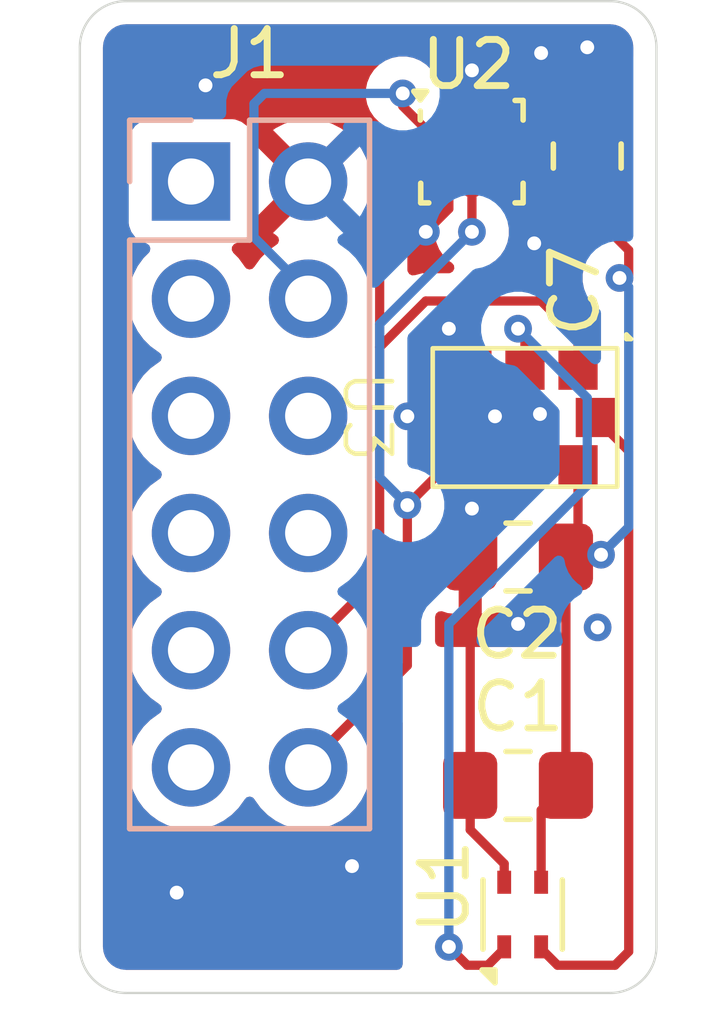
<source format=kicad_pcb>
(kicad_pcb (version 20241229) (generator "pcbnew") (generator_version "9.0")
  (layers (0 "F.Cu" signal) (2 "B.Cu" signal) (13 "F.Paste" user) (15 "B.Paste" user) (5 "F.SilkS" user "F.Silkscreen") (7 "B.SilkS" user "B.Silkscreen") (1 "F.Mask" user) (3 "B.Mask" user) (25 "Edge.Cuts" user))
  (net 0 "")
  (net 1 "GND")
  (net 2 "+3V3")
  (net 3 "Net-(U1-SDA)")
  (net 4 "Net-(U1-SCL)")
  (net 6 "/SDA")
  (net 7 "/SCL")
  (footprint "Capacitor_SMD:C_0805_2012Metric_Pad1.18x1.45mm_HandSolder" (layer "F.Cu") (at 125.5 85.05 180)
    (property "Reference" "C2" (at 0.025 -1.675 0) (layer "F.SilkS"))
    (property "Value" "0.1uF")
    (fp_line (start -0.261252 0.735) (end 0.261252 0.735) (stroke (width 0.12)) (layer "F.SilkS"))
    (fp_line (start -0.261252 -0.735) (end 0.261252 -0.735) (stroke (width 0.12)) (layer "F.SilkS"))
    (pad "1" smd roundrect (at -1.0375 0 180) (size 1.175 1.45) (layers "F.Cu" "F.Mask" "F.Paste") (roundrect_rratio 0.212766) (net 2 "+3V3"))
    (pad "2" smd roundrect (at 1.0375 0 180) (size 1.175 1.45) (layers "F.Cu" "F.Mask" "F.Paste") (roundrect_rratio 0.212766) (net 1 "GND"))
  )
  (footprint "Capacitor_SMD:C_0805_2012Metric_Pad1.18x1.45mm_HandSolder" (layer "F.Cu") (at 125.5 90 180)
    (property "Reference" "C1" (at 0 1.7 0) (layer "F.SilkS"))
    (property "Value" "0.1uF")
    (fp_line (start -0.261252 0.735) (end 0.261252 0.735) (stroke (width 0.12)) (layer "F.SilkS"))
    (fp_line (start -0.261252 -0.735) (end 0.261252 -0.735) (stroke (width 0.12)) (layer "F.SilkS"))
    (pad "1" smd roundrect (at -1.0375 0 180) (size 1.175 1.45) (layers "F.Cu" "F.Mask" "F.Paste") (roundrect_rratio 0.212766) (net 2 "+3V3"))
    (pad "2" smd roundrect (at 1.0375 0 180) (size 1.175 1.45) (layers "F.Cu" "F.Mask" "F.Paste") (roundrect_rratio 0.212766) (net 1 "GND"))
  )
  (footprint "Package_LGA:ST_HLGA-10_2x2mm_P0.5mm_LayoutBorder3x2y" (layer "F.Cu") (at 124.5 76.2625)
    (property "Reference" "U2" (at -0.075 -1.8875 0) (layer "F.SilkS"))
    (property "Value" "LPS22HB")
    (fp_line (start -1.12 -0.685) (end -1.12 -0.88) (stroke (width 0.12)) (layer "F.SilkS"))
    (fp_line (start -1.11 1.11) (end -1.11 0.685) (stroke (width 0.12)) (layer "F.SilkS"))
    (fp_line (start -0.935 1.11) (end -1.11 1.11) (stroke (width 0.12)) (layer "F.SilkS"))
    (fp_line (start 0.935 -1.11) (end 1.11 -1.11) (stroke (width 0.12)) (layer "F.SilkS"))
    (fp_line (start 0.935 1.11) (end 1.11 1.11) (stroke (width 0.12)) (layer "F.SilkS"))
    (fp_line (start 1.11 -1.11) (end 1.11 -0.685) (stroke (width 0.12)) (layer "F.SilkS"))
    (fp_line (start 1.11 1.11) (end 1.11 0.685) (stroke (width 0.12)) (layer "F.SilkS"))
    (fp_poly (pts (xy -1.12 -1.12) (xy -1.26 -1.31) (xy -0.98 -1.31)) (stroke (width 0.12)) (fill yes) (layer "F.SilkS"))
    (pad "1" smd roundrect (at -0.7625 -0.25) (size 0.425 0.35) (layers "F.Cu" "F.Mask" "F.Paste") (net 2 "+3V3"))
    (pad "2" smd roundrect (at -0.7625 0.25) (size 0.425 0.35) (layers "F.Cu" "F.Mask" "F.Paste") (net 7 "/SCL"))
    (pad "3" smd roundrect (at -0.5 0.7625) (size 0.35 0.425) (layers "F.Cu" "F.Mask" "F.Paste") (net 1 "GND"))
    (pad "4" smd roundrect (at 0 0.7625) (size 0.35 0.425) (layers "F.Cu" "F.Mask" "F.Paste") (net 6 "/SDA"))
    (pad "5" smd roundrect (at 0.5 0.7625) (size 0.35 0.425) (layers "F.Cu" "F.Mask" "F.Paste") (net 2 "+3V3"))
    (pad "6" smd roundrect (at 0.7625 0.25) (size 0.425 0.35) (layers "F.Cu" "F.Mask" "F.Paste") (net 2 "+3V3"))
    (pad "7" smd roundrect (at 0.7625 -0.25) (size 0.425 0.35) (layers "F.Cu" "F.Mask" "F.Paste"))
    (pad "8" smd roundrect (at 0.5 -0.7625) (size 0.35 0.425) (layers "F.Cu" "F.Mask" "F.Paste") (net 1 "GND"))
    (pad "9" smd roundrect (at 0 -0.7625) (size 0.35 0.425) (layers "F.Cu" "F.Mask" "F.Paste") (net 1 "GND"))
    (pad "10" smd roundrect (at -0.5 -0.7625) (size 0.35 0.425) (layers "F.Cu" "F.Mask" "F.Paste") (net 2 "+3V3"))
  )
  (footprint "Library:STCC4" (layer "F.Cu") (at 125.65 82.025 -90)
    (property "Reference" "U3" (at -0.025 3.425 270) (layer "F.SilkS") (effects (font (thickness 0.1))))
    (property "Value" "STCC4")
    (fp_line (start -1.8 -2.2) (end -1.7 -2.3) (stroke (width 0.1)) (layer "F.SilkS"))
    (fp_line (start -1.7 -2.2) (end -1.8 -2.2) (stroke (width 0.1)) (layer "F.SilkS"))
    (fp_line (start -1.7 -2.3) (end -1.7 -2.2) (stroke (width 0.1)) (layer "F.SilkS"))
    (fp_rect (start -1.5 -2) (end 1.5 2) (stroke (width 0.1)) (fill no) (layer "F.SilkS"))
    (pad "1" smd roundrect (at -1.025 -1.15 270) (size 0.85 0.85) (layers "F.Cu" "F.Mask" "F.Paste") (roundrect_rratio 0) (chamfer_ratio 0.2) (chamfer top_left) (net 7 "/SCL"))
    (pad "2" smd rect (at -1.025 0 270) (size 0.85 0.85) (layers "F.Cu" "F.Mask" "F.Paste") (net 3 "Net-(U1-SDA)"))
    (pad "3" smd rect (at -1.025 1.15 270) (size 0.85 0.85) (layers "F.Cu" "F.Mask" "F.Paste") (net 1 "GND"))
    (pad "4" smd rect (at 0 1.525 270) (size 0.85 0.85) (layers "F.Cu" "F.Mask" "F.Paste") (net 1 "GND"))
    (pad "5" smd rect (at 1.025 1.15 270) (size 0.85 0.85) (layers "F.Cu" "F.Mask" "F.Paste") (net 6 "/SDA"))
    (pad "6" smd rect (at 1.025 0 270) (size 0.85 0.85) (layers "F.Cu" "F.Mask" "F.Paste") (net 2 "+3V3"))
    (pad "7" smd rect (at 1.025 -1.15 270) (size 0.85 0.85) (layers "F.Cu" "F.Mask" "F.Paste") (net 2 "+3V3"))
    (pad "8" smd rect (at 0 -1.525 270) (size 0.85 0.85) (layers "F.Cu" "F.Mask" "F.Paste") (net 4 "Net-(U1-SCL)"))
  )
  (footprint "Sensor_Humidity:Sensirion_DFN-4_1.5x1.5mm_P0.8mm_SHT4x_NoCentralPad" (layer "F.Cu") (at 125.6 92.8 90)
    (property "Reference" "U1" (at 0.6 -1.7 90) (layer "F.SilkS"))
    (property "Value" "SHT4x")
    (fp_line (start -0.75 -0.86) (end 0.75 -0.86) (stroke (width 0.12)) (layer "F.SilkS"))
    (fp_line (start -0.75 0.86) (end 0.75 0.86) (stroke (width 0.12)) (layer "F.SilkS"))
    (fp_poly (pts (xy -1.2 -0.6) (xy -1.48 -0.6) (xy -1.2 -0.88) (xy -1.2 -0.6)) (stroke (width 0.12)) (fill yes) (layer "F.SilkS"))
    (pad "1" smd rect (at -0.7 -0.4 90) (size 0.5 0.3) (layers "F.Cu" "F.Mask" "F.Paste") (net 3 "Net-(U1-SDA)"))
    (pad "2" smd rect (at -0.7 0.4 90) (size 0.5 0.3) (layers "F.Cu" "F.Mask" "F.Paste") (net 4 "Net-(U1-SCL)"))
    (pad "3" smd rect (at 0.7 0.4 90) (size 0.5 0.3) (layers "F.Cu" "F.Mask" "F.Paste") (net 2 "+3V3"))
    (pad "4" smd rect (at 0.7 -0.4 90) (size 0.5 0.3) (layers "F.Cu" "F.Mask" "F.Paste") (net 1 "GND"))
    (zone (net 0) (net_name "") (layer "F.Cu") (connect_pads (clearance 0)) (min_thickness 0.254)
      (keepout (tracks not_allowed) (vias not_allowed) (pads allowed) (copperpour not_allowed) (footprints allowed))
      (fill (thermal_gap 0.508) (thermal_bridge_width 0.508))
      (polygon (pts (xy 125.05 92.05) (xy 125.05 92.35) (xy 125.35 92.35) (xy 125.35 92.05) (xy 125.85 92.05) (xy 125.85 92.35) (xy 126.15 92.35) (xy 126.15 92.05) (xy 126.35 92.05) (xy 126.35 93.55) (xy 126.15 93.55) (xy 126.15 93.25) (xy 125.85 93.25) (xy 125.85 93.55) (xy 125.35 93.55) (xy 125.35 93.25) (xy 125.05 93.25) (xy 125.05 93.55) (xy 124.85 93.55) (xy 124.85 92.05)))
    )
  )
  (footprint "Capacitor_SMD:C_0805_2012Metric_Pad1.18x1.45mm_HandSolder" (layer "F.Cu") (at 127 76.3575 90)
    (property "Reference" "C7" (at -2.9175 -0.275 90) (layer "F.SilkS"))
    (property "Value" "0.1uF")
    (fp_line (start -0.261252 -0.735) (end 0.261252 -0.735) (stroke (width 0.12)) (layer "F.SilkS"))
    (fp_line (start -0.261252 0.735) (end 0.261252 0.735) (stroke (width 0.12)) (layer "F.SilkS"))
    (pad "1" smd roundrect (at -1.0375 0 90) (size 1.175 1.45) (layers "F.Cu" "F.Mask" "F.Paste") (roundrect_rratio 0.212766) (net 2 "+3V3"))
    (pad "2" smd roundrect (at 1.0375 0 90) (size 1.175 1.45) (layers "F.Cu" "F.Mask" "F.Paste") (roundrect_rratio 0.212766) (net 1 "GND"))
  )
  (footprint "Connector_PinSocket_2.54mm:PinSocket_2x06_P2.54mm_Vertical" (layer "B.Cu") (at 118.41 76.91 180)
    (property "Reference" "J1" (at -1.27 2.77 -0) (layer "F.SilkS"))
    (property "Value" "Header_02x06")
    (fp_line (start 1.33 1.33) (end 1.33 0) (stroke (width 0.12)) (layer "B.SilkS"))
    (fp_line (start 1.33 -1.27) (end 1.33 -14.03) (stroke (width 0.12)) (layer "B.SilkS"))
    (fp_line (start 0 1.33) (end 1.33 1.33) (stroke (width 0.12)) (layer "B.SilkS"))
    (fp_line (start -1.27 1.33) (end -1.27 -1.27) (stroke (width 0.12)) (layer "B.SilkS"))
    (fp_line (start -1.27 -1.27) (end 1.33 -1.27) (stroke (width 0.12)) (layer "B.SilkS"))
    (fp_line (start -3.87 1.33) (end -1.27 1.33) (stroke (width 0.12)) (layer "B.SilkS"))
    (fp_line (start -3.87 1.33) (end -3.87 -14.03) (stroke (width 0.12)) (layer "B.SilkS"))
    (fp_line (start -3.87 -14.03) (end 1.33 -14.03) (stroke (width 0.12)) (layer "B.SilkS"))
    (pad "1" thru_hole rect (at 0 0 180) (size 1.7 1.7) (drill 1) (layers "*.Cu" "*.Mask"))
    (pad "2" thru_hole circle (at -2.54 0 180) (size 1.7 1.7) (drill 1) (layers "*.Cu" "*.Mask") (net 1 "GND"))
    (pad "3" thru_hole circle (at 0 -2.54 180) (size 1.7 1.7) (drill 1) (layers "*.Cu" "*.Mask"))
    (pad "4" thru_hole circle (at -2.54 -2.54 180) (size 1.7 1.7) (drill 1) (layers "*.Cu" "*.Mask") (net 2 "+3V3"))
    (pad "5" thru_hole circle (at 0 -5.08 180) (size 1.7 1.7) (drill 1) (layers "*.Cu" "*.Mask"))
    (pad "6" thru_hole circle (at -2.54 -5.08 180) (size 1.7 1.7) (drill 1) (layers "*.Cu" "*.Mask"))
    (pad "7" thru_hole circle (at 0 -7.62 180) (size 1.7 1.7) (drill 1) (layers "*.Cu" "*.Mask"))
    (pad "8" thru_hole circle (at -2.54 -7.62 180) (size 1.7 1.7) (drill 1) (layers "*.Cu" "*.Mask"))
    (pad "9" thru_hole circle (at 0 -10.16 180) (size 1.7 1.7) (drill 1) (layers "*.Cu" "*.Mask"))
    (pad "10" thru_hole circle (at -2.54 -10.16 180) (size 1.7 1.7) (drill 1) (layers "*.Cu" "*.Mask") (net 7 "/SCL"))
    (pad "11" thru_hole circle (at 0 -12.7 180) (size 1.7 1.7) (drill 1) (layers "*.Cu" "*.Mask"))
    (pad "12" thru_hole circle (at -2.54 -12.7 180) (size 1.7 1.7) (drill 1) (layers "*.Cu" "*.Mask") (net 6 "/SDA"))
  )
  (gr_line (start 117 73) (end 127.5 73) (stroke (width 0.05)) (layer "Edge.Cuts"))
  (gr_arc (start 117 94.5) (mid 116.292893 94.207107) (end 116 93.5) (stroke (width 0.05)) (layer "Edge.Cuts"))
  (gr_arc (start 127.5 73) (mid 128.207107 73.292893) (end 128.5 74) (stroke (width 0.05)) (layer "Edge.Cuts"))
  (gr_line (start 127.5 94.5) (end 117 94.5) (stroke (width 0.05)) (layer "Edge.Cuts"))
  (gr_line (start 116 93.5) (end 116 74) (stroke (width 0.05)) (layer "Edge.Cuts"))
  (gr_line (start 128.5 74) (end 128.5 93.5) (stroke (width 0.05)) (layer "Edge.Cuts"))
  (gr_arc (start 128.5 93.5) (mid 128.207107 94.207107) (end 127.5 94.5) (stroke (width 0.05)) (layer "Edge.Cuts"))
  (gr_arc (start 116 74) (mid 116.292893 73.292893) (end 117 73) (stroke (width 0.05)) (layer "Edge.Cuts"))
  (via (at 127.225 86.575) (size 0.6) (drill 0.3) (layers "F.Cu" "B.Cu") (net 0))
  (segment (start 127 75.32) (end 127 74) (width 0.2) (layer "F.Cu") (net 1))
  (segment (start 124.4625 90.9625) (end 124.4625 90) (width 0.2) (layer "F.Cu") (net 1))
  (segment (start 123.625 82.025) (end 124.125 82.025) (width 0.2) (layer "F.Cu") (net 1))
  (segment (start 124.5 81) (end 124.5 80.6) (width 0.2) (layer "F.Cu") (net 1))
  (segment (start 124.5 84) (end 124.5 85.0125) (width 0.2) (layer "F.Cu") (net 1))
  (segment (start 124.5 80.6) (end 124 80.1) (width 0.2) (layer "F.Cu") (net 1))
  (segment (start 124.125 82.025) (end 124.975 82.025) (width 0.2) (layer "F.Cu") (net 1))
  (segment (start 123.6 82) (end 123.625 82.025) (width 0.2) (layer "F.Cu") (net 1))
  (segment (start 124 77.025) (end 124 77.5) (width 0.2) (layer "F.Cu") (net 1))
  (segment (start 124.975 82.025) (end 125 82) (width 0.2) (layer "F.Cu") (net 1))
  (segment (start 124.4625 90) (end 124.4625 85.05) (width 0.2) (layer "F.Cu") (net 1))
  (segment (start 125.2 91.7) (end 124.4625 90.9625) (width 0.2) (layer "F.Cu") (net 1))
  (segment (start 125.2 92.1) (end 125.2 91.7) (width 0.2) (layer "F.Cu") (net 1))
  (segment (start 123.1 82) (end 123.6 82) (width 0.2) (layer "F.Cu") (net 1))
  (segment (start 124.5 75.5) (end 124.5 74.5) (width 0.2) (layer "F.Cu") (net 1))
  (segment (start 124.5 85.0125) (end 124.4625 85.05) (width 0.2) (layer "F.Cu") (net 1))
  (segment (start 124 77.5) (end 123.5 78) (width 0.2) (layer "F.Cu") (net 1))
  (via (at 123.1 82) (size 0.6) (drill 0.3) (layers "F.Cu" "B.Cu") (net 1))
  (via (at 125 82) (size 0.6) (drill 0.3) (layers "F.Cu" "B.Cu") (net 1))
  (via (at 124.5 74.5) (size 0.6) (drill 0.3) (layers "F.Cu" "B.Cu") (net 1))
  (via (at 121.9 91.75) (size 0.6) (drill 0.3) (layers "F.Cu" "B.Cu") (net 1))
  (via (at 123.5 78) (size 0.6) (drill 0.3) (layers "F.Cu" "B.Cu") (net 1))
  (via (at 126 74.125) (size 0.6) (drill 0.3) (layers "F.Cu" "B.Cu") (net 1))
  (via (at 127 74) (size 0.6) (drill 0.3) (layers "F.Cu" "B.Cu") (net 1))
  (via (at 118.1 92.325) (size 0.6) (drill 0.3) (layers "F.Cu" "B.Cu") (net 1))
  (via (at 125.85 78.25) (size 0.6) (drill 0.3) (layers "F.Cu" "B.Cu") (net 1))
  (via (at 125.975 81.95) (size 0.6) (drill 0.3) (layers "F.Cu" "B.Cu") (net 1))
  (via (at 118.725 74.825) (size 0.6) (drill 0.3) (layers "F.Cu" "B.Cu") (net 1))
  (via (at 124 80.1) (size 0.6) (drill 0.3) (layers "F.Cu" "B.Cu") (net 1))
  (via (at 124.5 84) (size 0.6) (drill 0.3) (layers "F.Cu" "B.Cu") (net 1))
  (via (at 125.5 86.5) (size 0.6) (drill 0.3) (layers "F.Cu" "B.Cu") (net 1))
  (segment (start 123 75.275) (end 123.7375 76.0125) (width 0.2) (layer "F.Cu") (net 2))
  (segment (start 124.748152 76.5125) (end 125.2625 76.5125) (width 0.2) (layer "F.Cu") (net 2))
  (segment (start 123.7375 76.0125) (end 123.7375 75.7625) (width 0.2) (layer "F.Cu") (net 2))
  (segment (start 126.5375 90) (end 126.5375 85.05) (width 0.2) (layer "F.Cu") (net 2))
  (segment (start 126.8 84.7875) (end 126.5375 85.05) (width 0.2) (layer "F.Cu") (net 2))
  (segment (start 125 76.775) (end 125.2625 76.5125) (width 0.2) (layer "F.Cu") (net 2))
  (segment (start 125 77.025) (end 125 76.775) (width 0.2) (layer "F.Cu") (net 2))
  (segment (start 123 75) (end 123 75.275) (width 0.2) (layer "F.Cu") (net 2))
  (segment (start 127.899 78.399) (end 127.899 79) (width 0.2) (layer "F.Cu") (net 2))
  (segment (start 126 90.5375) (end 126.5375 90) (width 0.2) (layer "F.Cu") (net 2))
  (segment (start 126.8 83.05) (end 126.8 84.7875) (width 0.2) (layer "F.Cu") (net 2))
  (segment (start 123.7375 75.7625) (end 124 75.5) (width 0.2) (layer "F.Cu") (net 2))
  (segment (start 126.1175 76.5125) (end 127 77.395) (width 0.2) (layer "F.Cu") (net 2))
  (segment (start 127.299 85) (end 126.5875 85) (width 0.2) (layer "F.Cu") (net 2))
  (segment (start 127.899 79) (end 127.7 79) (width 0.2) (layer "F.Cu") (net 2))
  (segment (start 127 77.5) (end 127.899 78.399) (width 0.2) (layer "F.Cu") (net 2))
  (segment (start 126 92.1) (end 126 90.5375) (width 0.2) (layer "F.Cu") (net 2))
  (segment (start 126.5875 85) (end 126.5375 85.05) (width 0.2) (layer "F.Cu") (net 2))
  (segment (start 127 77.395) (end 127 77.5) (width 0.2) (layer "F.Cu") (net 2))
  (segment (start 124.248152 76.0125) (end 124.748152 76.5125) (width 0.2) (layer "F.Cu") (net 2))
  (segment (start 123.7375 76.0125) (end 124.248152 76.0125) (width 0.2) (layer "F.Cu") (net 2))
  (segment (start 125.2625 76.5125) (end 126.1175 76.5125) (width 0.2) (layer "F.Cu") (net 2))
  (segment (start 126.8 83.05) (end 125.65 83.05) (width 0.2) (layer "F.Cu") (net 2))
  (via (at 123 75) (size 0.6) (drill 0.3) (layers "F.Cu" "B.Cu") (net 2))
  (via (at 127.7 79) (size 0.6) (drill 0.3) (layers "F.Cu" "B.Cu") (net 2))
  (via (at 127.299 85) (size 0.6) (drill 0.3) (layers "F.Cu" "B.Cu") (net 2))
  (segment (start 120 75) (end 123 75) (width 0.2) (layer "B.Cu") (net 2))
  (segment (start 127.899 79.199) (end 127.899 83.5) (width 0.2) (layer "B.Cu") (net 2))
  (segment (start 121 79.34) (end 119.775 78.115) (width 0.2) (layer "B.Cu") (net 2))
  (segment (start 127.899 84.4) (end 127.299 85) (width 0.2) (layer "B.Cu") (net 2))
  (segment (start 119.775 78.115) (end 119.775 75.225) (width 0.2) (layer "B.Cu") (net 2))
  (segment (start 127.7 79) (end 127.899 79.199) (width 0.2) (layer "B.Cu") (net 2))
  (segment (start 119.775 75.225) (end 120 75) (width 0.2) (layer "B.Cu") (net 2))
  (segment (start 127.899 83.5) (end 127.899 84.4) (width 0.2) (layer "B.Cu") (net 2))
  (segment (start 125.65 80.25) (end 125.5 80.1) (width 0.2) (layer "F.Cu") (net 3))
  (segment (start 125.65 81) (end 125.65 80.25) (width 0.2) (layer "F.Cu") (net 3))
  (segment (start 124.399 93.899) (end 124 93.5) (width 0.2) (layer "F.Cu") (net 3))
  (segment (start 124.843836 93.899) (end 124.399 93.899) (width 0.2) (layer "F.Cu") (net 3))
  (segment (start 125.2 93.542836) (end 124.843836 93.899) (width 0.2) (layer "F.Cu") (net 3))
  (segment (start 125.2 93.5) (end 125.2 93.542836) (width 0.2) (layer "F.Cu") (net 3))
  (via (at 124 93.5) (size 0.6) (drill 0.3) (layers "F.Cu" "B.Cu") (net 3))
  (via (at 125.5 80.1) (size 0.6) (drill 0.3) (layers "F.Cu" "B.Cu") (net 3))
  (segment (start 125.5 80.1) (end 127 81.6) (width 0.2) (layer "B.Cu") (net 3))
  (segment (start 127 81.6) (end 127 83.5) (width 0.2) (layer "B.Cu") (net 3))
  (segment (start 124 86.5) (end 124 93.5) (width 0.2) (layer "B.Cu") (net 3))
  (segment (start 127 83.5) (end 124 86.5) (width 0.2) (layer "B.Cu") (net 3))
  (segment (start 127.899 93.601) (end 127.899 82.749) (width 0.2) (layer "F.Cu") (net 4))
  (segment (start 126.356164 93.899) (end 127.601 93.899) (width 0.2) (layer "F.Cu") (net 4))
  (segment (start 127.601 93.899) (end 127.899 93.601) (width 0.2) (layer "F.Cu") (net 4))
  (segment (start 127.899 82.749) (end 127.175 82.025) (width 0.2) (layer "F.Cu") (net 4))
  (segment (start 126 93.5) (end 126 93.542836) (width 0.2) (layer "F.Cu") (net 4))
  (segment (start 126 93.542836) (end 126.356164 93.899) (width 0.2) (layer "F.Cu") (net 4))
  (segment (start 123.1 83.925) (end 123.1 87.4) (width 0.2) (layer "F.Cu") (net 6))
  (segment (start 124.5 83.05) (end 123.975 83.05) (width 0.2) (layer "F.Cu") (net 6))
  (segment (start 124.5 77.025) (end 124.5 78) (width 0.2) (layer "F.Cu") (net 6))
  (segment (start 123.1 87.4) (end 121 89.5) (width 0.2) (layer "F.Cu") (net 6))
  (segment (start 123.975 83.05) (end 123.1 83.925) (width 0.2) (layer "F.Cu") (net 6))
  (via (at 123.1 83.925) (size 0.6) (drill 0.3) (layers "F.Cu" "B.Cu") (net 6))
  (via (at 124.5 78) (size 0.6) (drill 0.3) (layers "F.Cu" "B.Cu") (net 6))
  (segment (start 122.5 80) (end 122.5 83.325) (width 0.2) (layer "B.Cu") (net 6))
  (segment (start 122.5 83.325) (end 123.1 83.925) (width 0.2) (layer "B.Cu") (net 6))
  (segment (start 124.5 78) (end 122.5 80) (width 0.2) (layer "B.Cu") (net 6))
  (segment (start 122.5 85.46) (end 122.5 80.5) (width 0.2) (layer "F.Cu") (net 7))
  (segment (start 122.5 80.5) (end 123.5 79.5) (width 0.2) (layer "F.Cu") (net 7))
  (segment (start 122.5 80.5) (end 122.5 77.5) (width 0.2) (layer "F.Cu") (net 7))
  (segment (start 122.5 77.5) (end 123.4875 76.5125) (width 0.2) (layer "F.Cu") (net 7))
  (segment (start 126 79.5) (end 126.8 80.3) (width 0.2) (layer "F.Cu") (net 7))
  (segment (start 126.8 80.3) (end 126.8 81) (width 0.2) (layer "F.Cu") (net 7))
  (segment (start 123.5 79.5) (end 126 79.5) (width 0.2) (layer "F.Cu") (net 7))
  (segment (start 121 86.96) (end 122.5 85.46) (width 0.2) (layer "F.Cu") (net 7))
  (segment (start 123.4875 76.5125) (end 123.7375 76.5125) (width 0.2) (layer "F.Cu") (net 7))
  (zone (net 1) (net_name "GND") (layers "F.Cu" "B.Cu") (connect_pads (clearance 0.5)) (min_thickness 0.25) (fill yes (thermal_gap 0.5) (thermal_bridge_width 0.5))
    (polygon (pts (xy 116 73) (xy 128.5 73) (xy 128.5 87) (xy 123 87) (xy 123 94.5) (xy 116 94.5)))
  )
)
</source>
